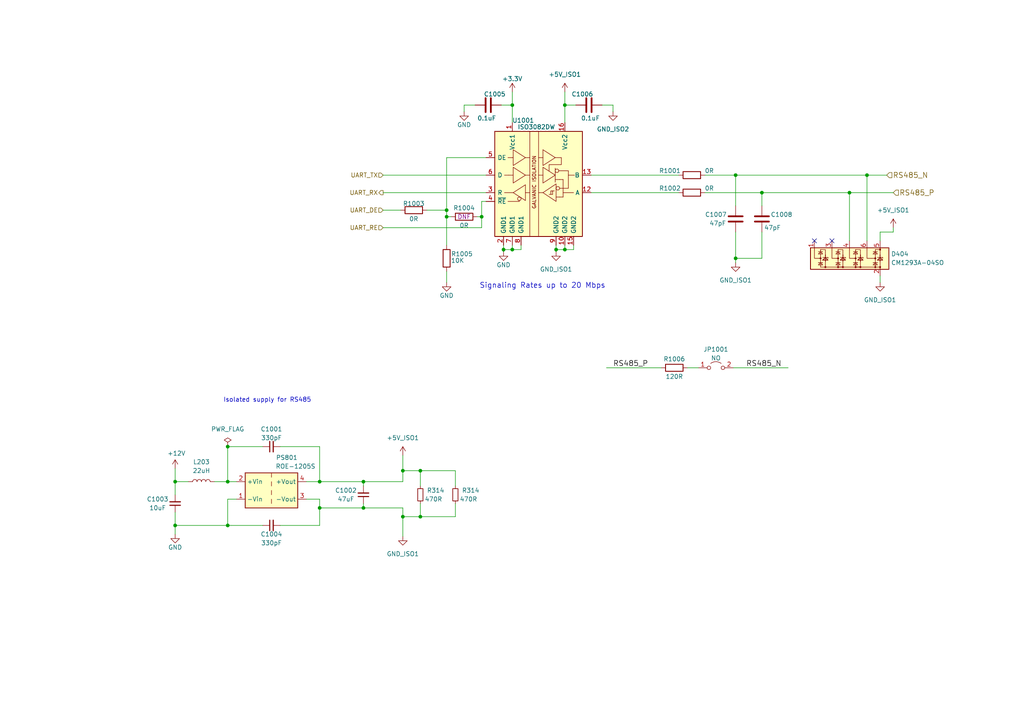
<source format=kicad_sch>
(kicad_sch (version 20230121) (generator eeschema)
  (paper "A4")
  (title_block (title "xx-xxx-PCB-001 Charger Control (HV1) Board") (date "2023-10-18") (rev "0.a") (company "Indra Renewable Technologies Ltd"))
  (lib_symbols
    (symbol "+3.3V_1" (power) (pin_names (offset 0))
      (property "Value" "+3.3V_1" (at 0 3.556 0))
      (symbol "+3.3V_1_0_1"
        (polyline (pts (xy -0.762 1.27) (xy 0 2.54)))
        (polyline (pts (xy 0 0) (xy 0 2.54)))
        (polyline (pts (xy 0 2.54) (xy 0.762 1.27)))
      )
      (symbol "+3.3V_1_1_1"
        (pin power_in line (at 0 0 90) (length 0) hide (name "+3.3V") (number "1"))
      )
    )
    (symbol "CM1293A-04SO_1" (pin_names (offset 0) hide)
      (property "Reference" "D" (at 22.86 -5.207 0))
      (property "Value" "CM1293A-04SO" (at 6.35 -10.287 0))
      (symbol "CM1293A-04SO_1_0_1"
        (polyline (pts (xy 3.175 -7.62) (xy 1.778 -7.62)))
        (polyline (pts (xy 3.175 -4.064) (xy 3.175 -4.064)))
        (polyline (pts (xy 8.255 -7.62) (xy 6.858 -7.62)))
        (polyline (pts (xy 8.255 -4.064) (xy 8.255 -4.064)))
        (polyline (pts (xy 13.335 -7.62) (xy 11.938 -7.62)))
        (polyline (pts (xy 13.335 -4.064) (xy 13.335 -4.064)))
        (polyline (pts (xy 19.05 -7.62) (xy 17.653 -7.62)))
        (polyline (pts (xy 19.05 -4.064) (xy 19.05 -4.064)))
        (polyline (pts (xy 0 -2.54) (xy 0 -5.08) (xy 1.27 -5.08)))
        (polyline (pts (xy 3.175 -7.62) (xy 6.35 -7.62) (xy 17.653 -7.62)))
        (polyline (pts (xy 5.08 -2.54) (xy 5.08 -5.08) (xy 6.35 -5.08)))
        (polyline (pts (xy 10.16 -2.54) (xy 10.16 -5.08) (xy 11.43 -5.08)))
        (polyline (pts (xy 15.24 -2.54) (xy 15.24 -5.08) (xy 16.51 -5.08)))
        (polyline (pts (xy 1.778 -2.794) (xy 1.778 -2.54) (xy 3.175 -2.54) (xy 3.175 -4.318)))
        (polyline (pts (xy 6.858 -2.794) (xy 6.858 -2.54) (xy 8.255 -2.54) (xy 8.255 -4.318)))
        (polyline (pts (xy 11.938 -2.794) (xy 11.938 -2.54) (xy 13.335 -2.54) (xy 13.335 -4.318)))
        (polyline (pts (xy 17.653 -2.794) (xy 17.653 -2.54) (xy 19.05 -2.54) (xy 19.05 -4.318)))
      )
      (symbol "CM1293A-04SO_1_1_1"
        (rectangle (start -1.143 -2.032) (end 21.59 -8.255) (stroke (width 0.254)) (fill (type background)))
        (polyline (pts (xy 1.143 -6.35) (xy 2.413 -6.35)))
        (polyline (pts (xy 1.143 -6.35) (xy 2.413 -6.35)))
        (polyline (pts (xy 1.143 -3.175) (xy 2.413 -3.175)))
        (polyline (pts (xy 1.27 -5.08) (xy 1.778 -5.08)))
        (polyline (pts (xy 1.778 -7.62) (xy 1.778 -5.715)))
        (polyline (pts (xy 1.778 -4.445) (xy 1.778 -5.715)))
        (polyline (pts (xy 1.778 -4.445) (xy 1.778 -2.54)))
        (polyline (pts (xy 2.413 -4.826) (xy 3.937 -4.826)))
        (polyline (pts (xy 3.175 -5.969) (xy 3.175 -7.62)))
        (polyline (pts (xy 3.175 -5.969) (xy 3.175 -4.064)))
        (polyline (pts (xy 3.175 -5.969) (xy 3.175 -4.064)))
        (polyline (pts (xy 3.937 -5.08) (xy 3.937 -4.826)))
        (polyline (pts (xy 3.937 -4.826) (xy 3.937 -4.826)))
        (polyline (pts (xy 6.223 -6.35) (xy 7.493 -6.35)))
        (polyline (pts (xy 6.223 -6.35) (xy 7.493 -6.35)))
        (polyline (pts (xy 6.223 -3.175) (xy 7.493 -3.175)))
        (polyline (pts (xy 6.35 -5.08) (xy 6.858 -5.08)))
        (polyline (pts (xy 6.858 -7.62) (xy 6.858 -5.715)))
        (polyline (pts (xy 6.858 -4.445) (xy 6.858 -5.715)))
        (polyline (pts (xy 6.858 -4.445) (xy 6.858 -2.54)))
        (polyline (pts (xy 7.493 -4.826) (xy 9.017 -4.826)))
        (polyline (pts (xy 8.255 -5.969) (xy 8.255 -7.62)))
        (polyline (pts (xy 8.255 -5.969) (xy 8.255 -4.064)))
        (polyline (pts (xy 8.255 -5.969) (xy 8.255 -4.064)))
        (polyline (pts (xy 9.017 -5.08) (xy 9.017 -4.826)))
        (polyline (pts (xy 9.017 -4.826) (xy 9.017 -4.826)))
        (polyline (pts (xy 11.303 -6.35) (xy 12.573 -6.35)))
        (polyline (pts (xy 11.303 -6.35) (xy 12.573 -6.35)))
        (polyline (pts (xy 11.303 -3.175) (xy 12.573 -3.175)))
        (polyline (pts (xy 11.43 -5.08) (xy 11.938 -5.08)))
        (polyline (pts (xy 11.938 -7.62) (xy 11.938 -5.715)))
        (polyline (pts (xy 11.938 -4.445) (xy 11.938 -5.715)))
        (polyline (pts (xy 11.938 -4.445) (xy 11.938 -2.54)))
        (polyline (pts (xy 12.573 -4.826) (xy 14.097 -4.826)))
        (polyline (pts (xy 13.335 -5.969) (xy 13.335 -7.62)))
        (polyline (pts (xy 13.335 -5.969) (xy 13.335 -4.064)))
        (polyline (pts (xy 13.335 -5.969) (xy 13.335 -4.064)))
        (polyline (pts (xy 14.097 -5.08) (xy 14.097 -4.826)))
        (polyline (pts (xy 14.097 -4.826) (xy 14.097 -4.826)))
        (polyline (pts (xy 16.51 -5.08) (xy 17.653 -5.08)))
        (polyline (pts (xy 17.018 -6.35) (xy 18.288 -6.35)))
        (polyline (pts (xy 17.018 -6.35) (xy 18.288 -6.35)))
        (polyline (pts (xy 17.018 -3.175) (xy 18.288 -3.175)))
        (polyline (pts (xy 17.653 -7.62) (xy 17.653 -5.715)))
        (polyline (pts (xy 17.653 -4.445) (xy 17.653 -5.715)))
        (polyline (pts (xy 17.653 -4.445) (xy 17.653 -2.54)))
        (polyline (pts (xy 18.288 -4.826) (xy 19.812 -4.826)))
        (polyline (pts (xy 19.05 -5.969) (xy 19.05 -7.62)))
        (polyline (pts (xy 19.05 -5.969) (xy 19.05 -4.064)))
        (polyline (pts (xy 19.05 -5.969) (xy 19.05 -4.064)))
        (polyline (pts (xy 19.812 -5.08) (xy 19.812 -4.826)))
        (polyline (pts (xy 19.812 -4.826) (xy 19.812 -4.826)))
        (polyline (pts (xy 1.143 -6.985) (xy 2.413 -6.985) (xy 1.778 -6.35) (xy 1.143 -6.985)))
        (polyline (pts (xy 1.143 -3.81) (xy 2.413 -3.81) (xy 1.778 -3.175) (xy 1.143 -3.81)))
        (polyline (pts (xy 2.413 -5.588) (xy 3.937 -5.588) (xy 3.175 -4.826) (xy 2.413 -5.588)))
        (polyline (pts (xy 2.413 -5.588) (xy 3.937 -5.588) (xy 3.175 -4.826) (xy 2.413 -5.588)))
        (polyline (pts (xy 6.223 -6.985) (xy 7.493 -6.985) (xy 6.858 -6.35) (xy 6.223 -6.985)))
        (polyline (pts (xy 6.223 -3.81) (xy 7.493 -3.81) (xy 6.858 -3.175) (xy 6.223 -3.81)))
        (polyline (pts (xy 7.493 -5.588) (xy 9.017 -5.588) (xy 8.255 -4.826) (xy 7.493 -5.588)))
        (polyline (pts (xy 7.493 -5.588) (xy 9.017 -5.588) (xy 8.255 -4.826) (xy 7.493 -5.588)))
        (polyline (pts (xy 11.303 -6.985) (xy 12.573 -6.985) (xy 11.938 -6.35) (xy 11.303 -6.985)))
        (polyline (pts (xy 11.303 -3.81) (xy 12.573 -3.81) (xy 11.938 -3.175) (xy 11.303 -3.81)))
        (polyline (pts (xy 12.573 -5.588) (xy 14.097 -5.588) (xy 13.335 -4.826) (xy 12.573 -5.588)))
        (polyline (pts (xy 12.573 -5.588) (xy 14.097 -5.588) (xy 13.335 -4.826) (xy 12.573 -5.588)))
        (polyline (pts (xy 17.018 -6.985) (xy 18.288 -6.985) (xy 17.653 -6.35) (xy 17.018 -6.985)))
        (polyline (pts (xy 17.018 -3.81) (xy 18.288 -3.81) (xy 17.653 -3.175) (xy 17.018 -3.81)))
        (polyline (pts (xy 18.288 -5.588) (xy 19.812 -5.588) (xy 19.05 -4.826) (xy 18.288 -5.588)))
        (polyline (pts (xy 18.288 -5.588) (xy 19.812 -5.588) (xy 19.05 -4.826) (xy 18.288 -5.588)))
        (circle (center 1.778 -5.08) (radius 0.2032) (fill (type outline)))
        (circle (center 3.175 -7.62) (radius 0.2032) (fill (type outline)))
        (circle (center 6.858 -7.62) (radius 0.2032) (fill (type outline)))
        (circle (center 6.858 -5.08) (radius 0.2032) (fill (type outline)))
        (circle (center 8.255 -7.62) (radius 0.2032) (fill (type outline)))
        (circle (center 11.938 -7.62) (radius 0.2032) (fill (type outline)))
        (circle (center 11.938 -5.08) (radius 0.2032) (fill (type outline)))
        (circle (center 13.335 -7.62) (radius 0.2032) (fill (type outline)))
        (circle (center 17.653 -7.62) (radius 0.2032) (fill (type outline)))
        (circle (center 17.653 -5.08) (radius 0.2032) (fill (type outline)))
        (circle (center 19.05 -7.62) (radius 0.2032) (fill (type outline)))
        (circle (center 19.05 -2.54) (radius 0.2032) (fill (type outline)))
        (pin passive line (at 0 0 270) (length 2.54) (name "CH1") (number "1"))
        (pin passive line (at 19.05 -10.16 90) (length 2.54) (name "VN") (number "2"))
        (pin passive line (at 5.08 0 270) (length 2.54) (name "CH1") (number "3"))
        (pin passive line (at 10.16 0 270) (length 2.54) (name "4") (number "4"))
        (pin passive line (at 19.05 0 270) (length 2.54) (name "5") (number "5"))
        (pin passive line (at 15.24 0 270) (length 2.54) (name "6") (number "6"))
      )
    )
    (symbol "Device:C" (pin_numbers hide) (pin_names (offset 0.254))
      (property "Reference" "C" (at 0.635 2.54 0))
      (property "Value" "C" (at 0.635 -2.54 0))
      (symbol "C_0_1"
        (polyline (pts (xy -2.032 -0.762) (xy 2.032 -0.762)) (stroke (width 0.508)))
        (polyline (pts (xy -2.032 0.762) (xy 2.032 0.762)) (stroke (width 0.508)))
      )
      (symbol "C_1_1"
        (pin passive line (at 0 3.81 270) (length 2.794) (name "~") (number "1"))
        (pin passive line (at 0 -3.81 90) (length 2.794) (name "~") (number "2"))
      )
    )
    (symbol "Device:C_Small" (pin_numbers hide) (pin_names (offset 0.254) hide)
      (property "Reference" "C" (at 0.254 1.778 0))
      (property "Value" "C_Small" (at 0.254 -2.032 0))
      (symbol "C_Small_0_1"
        (polyline (pts (xy -1.524 -0.508) (xy 1.524 -0.508)) (stroke (width 0.3302)))
        (polyline (pts (xy -1.524 0.508) (xy 1.524 0.508)) (stroke (width 0.3048)))
      )
      (symbol "C_Small_1_1"
        (pin passive line (at 0 2.54 270) (length 2.032) (name "~") (number "1"))
        (pin passive line (at 0 -2.54 90) (length 2.032) (name "~") (number "2"))
      )
    )
    (symbol "Device:R" (pin_numbers hide) (pin_names (offset 0))
      (property "Reference" "R" (at 2.032 0 90))
      (property "Value" "R" (at 0 0 90))
      (symbol "R_0_1"
        (rectangle (start -1.016 -2.54) (end 1.016 2.54) (stroke (width 0.254)))
      )
      (symbol "R_1_1"
        (pin passive line (at 0 3.81 270) (length 1.27) (name "~") (number "1"))
        (pin passive line (at 0 -3.81 90) (length 1.27) (name "~") (number "2"))
      )
    )
    (symbol "Device:R_Small" (pin_numbers hide) (pin_names (offset 0.254) hide)
      (property "Reference" "R" (at 0.762 0.508 0))
      (property "Value" "R_Small" (at 0.762 -1.016 0))
      (symbol "R_Small_0_1"
        (rectangle (start -0.762 1.778) (end 0.762 -1.778) (stroke (width 0.2032)))
      )
      (symbol "R_Small_1_1"
        (pin passive line (at 0 2.54 270) (length 0.762) (name "~") (number "1"))
        (pin passive line (at 0 -2.54 90) (length 0.762) (name "~") (number "2"))
      )
    )
    (symbol "Interface_UART:ISO3082DW" (pin_names (offset 0.762))
      (property "Reference" "U" (at 0 19.05 0))
      (property "Value" "ISO3082DW" (at 0 16.51 0))
      (symbol "ISO3082DW_0_0"
        (rectangle (start -12.7 15.24) (end 12.7 -15.24) (stroke (width 0.254)) (fill (type background)))
        (polyline (pts (xy -8.636 2.54) (xy -9.906 2.54)))
        (polyline (pts (xy -7.62 7.62) (xy -8.89 7.62)))
        (polyline (pts (xy -7.366 7.62) (xy -7.62 7.62)))
        (polyline (pts (xy -2.54 15.24) (xy -2.54 -15.24)))
        (polyline (pts (xy 0 15.24) (xy 0 -15.24)))
        (polyline (pts (xy -7.366 4.826) (xy -7.366 0.254) (xy -3.81 2.54) (xy -7.366 4.826)))
        (polyline (pts (xy -7.366 9.906) (xy -7.366 5.334) (xy -3.81 7.62) (xy -7.366 9.906)))
        (polyline (pts (xy -3.81 -0.254) (xy -3.81 -4.826) (xy -7.366 -2.54) (xy -3.81 -0.254)))
        (polyline (pts (xy 1.27 9.906) (xy 1.27 5.334) (xy 4.826 7.62) (xy 1.27 9.906)))
        (text "GALVANIC ISOLATION" (at -1.27 0.508 900) (effects (font (size 1.016 1.016))))
      )
      (symbol "ISO3082DW_0_1"
        (circle (center -5.588 -4.318) (radius 0.508))
        (polyline (pts (xy -7.366 -2.54) (xy -9.906 -2.54)))
        (polyline (pts (xy -7.366 2.54) (xy -8.636 2.54)))
        (polyline (pts (xy -3.81 -2.54) (xy -2.54 -2.54)))
        (polyline (pts (xy -3.81 2.54) (xy -2.54 2.54)))
        (polyline (pts (xy -3.81 7.62) (xy -2.54 7.62)))
        (polyline (pts (xy 0 -2.54) (xy 1.27 -2.54)))
        (polyline (pts (xy 0 2.54) (xy 1.27 2.54)))
        (polyline (pts (xy 0 7.62) (xy 1.27 7.62)))
        (polyline (pts (xy 3.556 -2.286) (xy 3.556 -3.048)))
        (polyline (pts (xy 4.064 -3.048) (xy 3.048 -3.048)))
        (polyline (pts (xy 4.064 -2.286) (xy 4.064 -3.048)))
        (polyline (pts (xy 4.064 -2.286) (xy 4.064 -2.032)))
        (polyline (pts (xy 4.826 1.27) (xy 6.096 1.27)))
        (polyline (pts (xy 4.826 4.572) (xy 4.826 0.508)))
        (polyline (pts (xy 4.826 7.62) (xy 6.604 7.62)))
        (polyline (pts (xy 5.08 -3.81) (xy 6.096 -3.81)))
        (polyline (pts (xy 5.842 3.81) (xy 8.636 3.81)))
        (polyline (pts (xy 6.096 -1.27) (xy 8.636 -1.27)))
        (polyline (pts (xy 6.096 1.27) (xy 7.112 1.27)))
        (polyline (pts (xy 7.112 -3.81) (xy 6.096 -3.81)))
        (polyline (pts (xy 7.112 1.27) (xy 7.112 -3.81)))
        (polyline (pts (xy 8.636 -1.27) (xy 8.636 3.81)))
        (polyline (pts (xy 8.636 2.54) (xy 10.414 2.54)))
        (polyline (pts (xy -8.89 -5.08) (xy -5.588 -5.08) (xy -5.588 -4.826)))
        (polyline (pts (xy 3.556 -2.286) (xy 3.556 -2.032) (xy 4.572 -2.032)))
        (polyline (pts (xy 10.16 -2.54) (xy 8.89 -2.54) (xy 7.112 -2.54)))
        (polyline (pts (xy 1.27 -2.54) (xy 5.08 0) (xy 5.08 -5.08) (xy 1.27 -2.54)))
        (polyline (pts (xy 6.604 7.62) (xy 6.604 5.588) (xy 3.048 5.588) (xy 3.048 3.81)))
        (circle (center 5.334 3.81) (radius 0.508))
        (circle (center 5.588 -1.27) (radius 0.508))
      )
      (symbol "ISO3082DW_1_0"
        (polyline (pts (xy 1.27 4.826) (xy 1.27 0.254) (xy 4.826 2.54) (xy 1.27 4.826)))
      )
      (symbol "ISO3082DW_1_1"
        (pin power_in line (at -7.62 17.78 270) (length 2.54) (name "Vcc1") (number "1"))
        (pin power_in line (at 7.62 -17.78 90) (length 2.54) (name "GND2") (number "10"))
        (pin no_connect line (at 12.7 10.16 180) (length 2.54) hide (name "NC") (number "11"))
        (pin bidirectional line (at 15.24 -2.54 180) (length 2.54) (name "A") (number "12"))
        (pin bidirectional line (at 15.24 2.54 180) (length 2.54) (name "B") (number "13"))
        (pin no_connect line (at 12.7 7.62 180) (length 2.54) hide (name "NC") (number "14"))
        (pin power_in line (at 10.16 -17.78 90) (length 2.54) (name "GND2") (number "15"))
        (pin power_in line (at 7.62 17.78 270) (length 2.54) (name "Vcc2") (number "16"))
        (pin power_in line (at -10.16 -17.78 90) (length 2.54) (name "GND1") (number "2"))
        (pin output line (at -15.24 -2.54 0) (length 2.54) (name "R") (number "3"))
        (pin input line (at -15.24 -5.08 0) (length 2.54) (name "~{RE}") (number "4"))
        (pin input line (at -15.24 7.62 0) (length 2.54) (name "DE") (number "5"))
        (pin input line (at -15.24 2.54 0) (length 2.54) (name "D") (number "6"))
        (pin power_in line (at -7.62 -17.78 90) (length 2.54) (name "GND1") (number "7"))
        (pin power_in line (at -5.08 -17.78 90) (length 2.54) (name "GND1") (number "8"))
        (pin power_in line (at 5.08 -17.78 90) (length 2.54) (name "GND2") (number "9"))
      )
    )
    (symbol "Jumper:Jumper_2_Open" (pin_names (offset 0) hide)
      (property "Reference" "JP" (at 0 2.794 0))
      (property "Value" "Jumper_2_Open" (at 0 -2.286 0))
      (symbol "Jumper_2_Open_0_0"
        (circle (center -2.032 0) (radius 0.508))
        (circle (center 2.032 0) (radius 0.508))
      )
      (symbol "Jumper_2_Open_0_1"
        (arc (start 1.524 1.27) (mid 0 1.778) (end -1.524 1.27))
      )
      (symbol "Jumper_2_Open_1_1"
        (pin passive line (at -5.08 0 0) (length 2.54) (name "A") (number "1"))
        (pin passive line (at 5.08 0 180) (length 2.54) (name "B") (number "2"))
      )
    )
    (symbol "hw-v2x-play1_1-power-board:+5V_ISO1" (power) (pin_names (offset 0))
      (property "Value" "+5V_ISO1" (at 0 3.556 0))
      (symbol "+5V_ISO1_0_1"
        (polyline (pts (xy -0.762 1.27) (xy 0 2.54)))
        (polyline (pts (xy 0 0) (xy 0 2.54)))
        (polyline (pts (xy 0 2.54) (xy 0.762 1.27)))
      )
      (symbol "+5V_ISO1_1_1"
        (pin power_in line (at 0 0 90) (length 0) hide (name "+5V_ISO1") (number "1"))
      )
    )
    (symbol "hw-v2x-play1_1-power-board:GND_ISO1" (power) (pin_names (offset 0))
      (property "Value" "GND_ISO1" (at 0 -3.81 0))
      (symbol "GND_ISO1_0_1"
        (polyline (pts (xy 0 0) (xy 0 -1.27) (xy 1.27 -1.27) (xy 0 -2.54) (xy -1.27 -1.27) (xy 0 -1.27)))
      )
      (symbol "GND_ISO1_1_1"
        (pin power_in line (at 0 0 270) (length 0) hide (name "GND_ISO1") (number "1"))
      )
    )
    (symbol "hw-v2x-play1_1-power-board:ROE-1205S"
      (property "Reference" "PS801" (at 3.81 8.89 0))
      (property "Value" "ROE-1205S" (at 6.35 6.35 0))
      (symbol "ROE-1205S_0_0"
        (pin power_in line (at -10.16 -2.54 0) (length 2.54) (name "-Vin") (number "1"))
        (pin power_in line (at -10.16 2.54 0) (length 2.54) (name "+Vin") (number "2"))
        (pin power_out line (at 10.16 -2.54 180) (length 2.54) (name "-Vout") (number "3"))
        (pin power_out line (at 10.16 2.54 180) (length 2.54) (name "+Vout") (number "4"))
      )
      (symbol "ROE-1205S_0_1"
        (rectangle (start -7.62 5.08) (end 7.62 -5.08) (stroke (width 0.254)) (fill (type background)))
        (polyline (pts (xy 0 -2.54) (xy 0 -3.81)))
        (polyline (pts (xy 0 0) (xy 0 -1.27)))
        (polyline (pts (xy 0 2.54) (xy 0 1.27)))
        (polyline (pts (xy 0 5.08) (xy 0 3.81)))
      )
    )
    (symbol "hw-v2x-play1_1-power-board:VLS252010CX-220M-1" (pin_numbers hide) (pin_names (offset 1.016) hide)
      (property "Reference" "L" (at 3.81 -1.27 0))
      (property "Value" "22uH" (at 3.81 1.905 0))
      (symbol "VLS252010CX-220M-1_0_1"
        (arc (start 2.54 0) (mid 1.905 0.6323) (end 1.27 0))
        (arc (start 3.81 0) (mid 3.175 0.6323) (end 2.54 0))
        (arc (start 5.08 0) (mid 4.445 0.6323) (end 3.81 0))
        (arc (start 6.35 0) (mid 5.715 0.6323) (end 5.08 0))
      )
      (symbol "VLS252010CX-220M-1_1_1"
        (pin passive line (at 0 0 0) (length 1.27) (name "1") (number "1"))
        (pin passive line (at 7.62 0 180) (length 1.27) (name "2") (number "2"))
      )
    )
    (symbol "hw-v5mobo-cem-demo:GND_ISO2" (power) (pin_names (offset 0))
      (property "Value" "GND_ISO2" (at 0 -4.4434 0))
      (symbol "GND_ISO2_0_1"
        (polyline (pts (xy 0 0) (xy 0 -1.27) (xy 1.27 -1.27) (xy 0 -2.54) (xy -1.27 -1.27) (xy 0 -1.27)))
      )
      (symbol "GND_ISO2_1_1"
        (pin power_in line (at 0 0 270) (length 0) hide (name "GND_ISO2") (number "1"))
      )
    )
    (symbol "power:+12V" (power) (pin_names (offset 0))
      (property "Value" "+12V" (at 0 3.556 0))
      (symbol "+12V_0_1"
        (polyline (pts (xy -0.762 1.27) (xy 0 2.54)))
        (polyline (pts (xy 0 0) (xy 0 2.54)))
        (polyline (pts (xy 0 2.54) (xy 0.762 1.27)))
      )
      (symbol "+12V_1_1"
        (pin power_in line (at 0 0 90) (length 0) hide (name "+12V") (number "1"))
      )
    )
    (symbol "power:GND" (power) (pin_names (offset 0))
      (property "Value" "GND" (at 0 -3.81 0))
      (symbol "GND_0_1"
        (polyline (pts (xy 0 0) (xy 0 -1.27) (xy 1.27 -1.27) (xy 0 -2.54) (xy -1.27 -1.27) (xy 0 -1.27)))
      )
      (symbol "GND_1_1"
        (pin power_in line (at 0 0 270) (length 0) hide (name "GND") (number "1"))
      )
    )
    (symbol "power:PWR_FLAG" (power) (pin_numbers hide) (pin_names (offset 0) hide)
      (property "Value" "PWR_FLAG" (at 0 3.81 0))
      (symbol "PWR_FLAG_0_0"
        (pin power_out line (at 0 0 90) (length 0) (name "pwr") (number "1"))
      )
      (symbol "PWR_FLAG_0_1"
        (polyline (pts (xy 0 0) (xy 0 1.27) (xy -1.016 1.905) (xy 0 2.54) (xy 1.016 1.905) (xy 0 1.27)))
      )
    )
  )
  (junction (at 163.83 30.48))
  (junction (at 121.92 136.525))
  (junction (at 146.05 72.39))
  (junction (at 66.04 129.54))
  (junction (at 116.84 136.525))
  (junction (at 163.83 72.39))
  (junction (at 213.36 74.93))
  (junction (at 246.38 55.88))
  (junction (at 50.8 152.4))
  (junction (at 213.36 50.8))
  (junction (at 66.04 152.4))
  (junction (at 148.59 72.39))
  (junction (at 92.71 147.32))
  (junction (at 148.59 30.48))
  (junction (at 50.8 139.7))
  (junction (at 220.98 55.88))
  (junction (at 251.46 50.8))
  (junction (at 105.41 139.7))
  (junction (at 161.29 72.39))
  (junction (at 66.04 139.7))
  (junction (at 129.54 60.96))
  (junction (at 139.7 62.865))
  (junction (at 116.84 149.86))
  (junction (at 105.41 147.32))
  (junction (at 129.54 62.865))
  (junction (at 92.71 139.7))
  (junction (at 121.92 149.86))
  (no_connect (at 241.3 69.85))
  (no_connect (at 236.22 69.85))
  (wire (pts (xy 50.8 154.94) (xy 50.8 152.4)))
  (wire (pts (xy 146.05 72.39) (xy 146.05 73.025)))
  (wire (pts (xy 129.54 81.915) (xy 129.54 78.74)))
  (wire (pts (xy 166.37 72.39) (xy 166.37 71.12)))
  (wire (pts (xy 246.38 55.88) (xy 246.38 69.85)))
  (wire (pts (xy 111.125 55.88) (xy 140.97 55.88)))
  (wire (pts (xy 174.625 30.48) (xy 177.8 30.48)))
  (wire (pts (xy 146.05 72.39) (xy 148.59 72.39)))
  (wire (pts (xy 139.7 62.865) (xy 139.7 66.04)))
  (wire (pts (xy 81.28 152.4) (xy 92.71 152.4)))
  (wire (pts (xy 213.36 74.93) (xy 213.36 67.31)))
  (wire (pts (xy 129.54 45.72) (xy 129.54 60.96)))
  (wire (pts (xy 137.795 30.48) (xy 134.62 30.48)))
  (wire (pts (xy 121.92 136.525) (xy 132.08 136.525)))
  (wire (pts (xy 259.08 67.31) (xy 255.27 67.31)))
  (wire (pts (xy 151.13 72.39) (xy 151.13 71.12)))
  (wire (pts (xy 213.36 50.8) (xy 213.36 59.69)))
  (wire (pts (xy 116.84 149.86) (xy 121.92 149.86)))
  (wire (pts (xy 220.98 67.31) (xy 220.98 74.93)))
  (wire (pts (xy 255.27 67.31) (xy 255.27 69.85)))
  (wire (pts (xy 66.04 139.7) (xy 68.58 139.7)))
  (wire (pts (xy 121.92 149.86) (xy 132.08 149.86)))
  (wire (pts (xy 171.45 55.88) (xy 196.85 55.88)))
  (wire (pts (xy 163.83 71.12) (xy 163.83 72.39)))
  (wire (pts (xy 161.29 71.12) (xy 161.29 72.39)))
  (wire (pts (xy 88.9 139.7) (xy 92.71 139.7)))
  (wire (pts (xy 134.62 30.48) (xy 134.62 32.385)))
  (wire (pts (xy 116.84 147.32) (xy 116.84 149.86)))
  (wire (pts (xy 246.38 55.88) (xy 259.08 55.88)))
  (wire (pts (xy 50.8 148.59) (xy 50.8 152.4)))
  (wire (pts (xy 213.36 50.8) (xy 251.46 50.8)))
  (wire (pts (xy 138.43 62.865) (xy 139.7 62.865)))
  (wire (pts (xy 259.08 66.04) (xy 259.08 67.31)))
  (wire (pts (xy 213.36 76.2) (xy 213.36 74.93)))
  (wire (pts (xy 146.05 71.12) (xy 146.05 72.39)))
  (wire (pts (xy 66.04 144.78) (xy 66.04 152.4)))
  (wire (pts (xy 92.71 147.32) (xy 92.71 144.78)))
  (wire (pts (xy 121.92 146.05) (xy 121.92 149.86)))
  (wire (pts (xy 66.04 144.78) (xy 68.58 144.78)))
  (wire (pts (xy 50.8 139.7) (xy 54.61 139.7)))
  (wire (pts (xy 177.8 30.48) (xy 177.8 32.385)))
  (wire (pts (xy 111.125 66.04) (xy 139.7 66.04)))
  (wire (pts (xy 139.7 58.42) (xy 139.7 62.865)))
  (wire (pts (xy 92.71 144.78) (xy 88.9 144.78)))
  (wire (pts (xy 121.92 140.97) (xy 121.92 136.525)))
  (wire (pts (xy 111.125 60.96) (xy 116.205 60.96)))
  (wire (pts (xy 92.71 129.54) (xy 92.71 139.7)))
  (wire (pts (xy 220.98 55.88) (xy 246.38 55.88)))
  (wire (pts (xy 213.36 74.93) (xy 220.98 74.93)))
  (wire (pts (xy 129.54 62.865) (xy 130.81 62.865)))
  (wire (pts (xy 139.7 58.42) (xy 140.97 58.42)))
  (wire (pts (xy 204.47 55.88) (xy 220.98 55.88)))
  (wire (pts (xy 212.725 106.68) (xy 228.6 106.68)))
  (wire (pts (xy 148.59 71.12) (xy 148.59 72.39)))
  (wire (pts (xy 161.29 72.39) (xy 163.83 72.39)))
  (wire (pts (xy 105.41 146.05) (xy 105.41 147.32)))
  (wire (pts (xy 105.41 139.7) (xy 116.84 139.7)))
  (wire (pts (xy 148.59 72.39) (xy 151.13 72.39)))
  (wire (pts (xy 163.83 26.67) (xy 163.83 30.48)))
  (wire (pts (xy 50.8 143.51) (xy 50.8 139.7)))
  (wire (pts (xy 81.28 129.54) (xy 92.71 129.54)))
  (wire (pts (xy 76.2 129.54) (xy 66.04 129.54)))
  (wire (pts (xy 116.84 139.7) (xy 116.84 136.525)))
  (wire (pts (xy 161.29 72.39) (xy 161.29 73.025)))
  (wire (pts (xy 167.005 30.48) (xy 163.83 30.48)))
  (wire (pts (xy 50.8 152.4) (xy 66.04 152.4)))
  (wire (pts (xy 132.08 149.86) (xy 132.08 146.05)))
  (wire (pts (xy 116.84 136.525) (xy 116.84 132.08)))
  (wire (pts (xy 129.54 45.72) (xy 140.97 45.72)))
  (wire (pts (xy 251.46 50.8) (xy 257.175 50.8)))
  (wire (pts (xy 111.125 50.8) (xy 140.97 50.8)))
  (wire (pts (xy 116.84 149.86) (xy 116.84 155.575)))
  (wire (pts (xy 129.54 62.865) (xy 129.54 71.12)))
  (wire (pts (xy 163.83 30.48) (xy 163.83 35.56)))
  (wire (pts (xy 255.27 81.915) (xy 255.27 80.01)))
  (wire (pts (xy 50.8 135.89) (xy 50.8 139.7)))
  (wire (pts (xy 76.2 152.4) (xy 66.04 152.4)))
  (wire (pts (xy 105.41 139.7) (xy 105.41 140.97)))
  (wire (pts (xy 175.895 106.68) (xy 191.77 106.68)))
  (wire (pts (xy 92.71 139.7) (xy 105.41 139.7)))
  (wire (pts (xy 66.04 129.54) (xy 66.04 139.7)))
  (wire (pts (xy 62.23 139.7) (xy 66.04 139.7)))
  (wire (pts (xy 132.08 136.525) (xy 132.08 140.97)))
  (wire (pts (xy 145.415 30.48) (xy 148.59 30.48)))
  (wire (pts (xy 148.59 30.48) (xy 148.59 35.56)))
  (wire (pts (xy 105.41 147.32) (xy 116.84 147.32)))
  (wire (pts (xy 171.45 50.8) (xy 196.85 50.8)))
  (wire (pts (xy 202.565 106.68) (xy 199.39 106.68)))
  (wire (pts (xy 251.46 50.8) (xy 251.46 69.85)))
  (wire (pts (xy 123.825 60.96) (xy 129.54 60.96)))
  (wire (pts (xy 148.59 26.6789) (xy 148.59 30.48)))
  (wire (pts (xy 105.41 147.32) (xy 92.71 147.32)))
  (wire (pts (xy 220.98 55.88) (xy 220.98 59.69)))
  (wire (pts (xy 204.47 50.8) (xy 213.36 50.8)))
  (wire (pts (xy 116.84 136.525) (xy 121.92 136.525)))
  (wire (pts (xy 163.83 72.39) (xy 166.37 72.39)))
  (wire (pts (xy 129.54 60.96) (xy 129.54 62.865)))
  (wire (pts (xy 92.71 152.4) (xy 92.71 147.32)))
  (text "Isolated supply for RS485" (at 64.77 116.84 0) (effects (font (size 1.27 1.27)) (justify left bottom)))
  (text "Signaling Rates up to 20 Mbps" (at 139.065 83.82 0) (effects (font (size 1.524 1.524)) (justify left bottom)))
  (label "RS485_P" (at 177.8 106.68 0) (effects (font (size 1.524 1.524))))
  (label "RS485_N" (at 226.695 106.68 180) (effects (font (size 1.524 1.524))))
  (hierarchical_label "UART_TX" (shape input) (at 111.125 50.8 180))
  (hierarchical_label "UART_RX" (shape output) (at 111.125 55.88 180))
  (hierarchical_label "RS485_N" (shape input) (at 257.175 50.8 0) (effects (font (size 1.524 1.524))))
  (hierarchical_label "UART_DE" (shape input) (at 111.125 60.96 180))
  (hierarchical_label "RS485_P" (shape input) (at 259.08 55.88 0) (effects (font (size 1.524 1.524))))
  (hierarchical_label "UART_RE" (shape input) (at 111.125 66.04 180))
  (symbol (lib_id "Device:C") (at 170.815 30.48 90) (unit 1)
    (property "Reference" "C1006" (at 172.085 27.305 90) (effects (justify left)))
    (property "Value" "0.1uF" (at 173.99 34.29 90) (effects (justify left)))
    (property "Footprint" "Capacitor_SMD:C_0402_1005Metric" (effects hide))
    (property "Characteristics" "X7R" (effects hide))
    (property "Voltage" "50V" (effects hide))
    (property "Tolerance" "10%" (effects hide))
    (instances (project "hw-v2x-power-board-high-v" (path "" (reference "C1006") (unit 1))) (project "hw-v2x-power-board" (path "" (reference "C602") (unit 1))))
  )
  (symbol (lib_id "Device:C_Small") (at 78.74 129.54 90) (mirror x) (unit 1)
    (property "Reference" "C1001" (at 78.74 124.46 90))
    (property "Value" "330pF" (at 78.74 127 90))
    (property "Footprint" "Capacitor_SMD:C_1206_3216Metric" (effects hide))
    (property "Voltage" "1kV" (effects hide))
    (property "Characteristics" "X7R" (effects hide))
    (property "Tolerance" "10%" (effects hide))
    (instances (project "hw-v2x-power-board-high-v" (path "" (reference "C1001") (unit 1))) (project "hw-v2x-power-board" (path "" (reference "C530") (unit 1))))
  )
  (symbol (lib_id "hw-v2x-play1_1-power-board:GND_ISO1") (at 116.84 155.575 0) (unit 1)
    (property "Reference" "#PWR01006" (effects hide))
    (property "Value" "GND_ISO1" (at 116.84 160.655 0))
  )
  (symbol (lib_id "Device:R_Small") (at 132.08 143.51 0) (unit 1)
    (property "Reference" "R314" (at 136.525 142.24 0))
    (property "Value" "470R" (at 135.89 144.78 0))
    (property "Footprint" "Resistor_SMD:R_0603_1608Metric" (effects hide))
    (property "Tolerance" "1%" (effects hide))
    (property "Voltage" "50V" (effects hide))
    (instances (project "hw-v2x-power-board-high-v" (path "" (reference "R314") (unit 1)) (path "" (reference "R815") (unit 1)) (path "" (reference "R1008") (unit 1))) (project "hw-v2x-power-board" (path "" (reference "R209") (unit 1))))
  )
  (symbol (lib_id "hw-v2x-play1_1-power-board:GND_ISO1") (at 255.27 81.915 0) (unit 1)
    (property "Reference" "#PWR01017" (effects hide))
    (property "Value" "GND_ISO1" (at 255.27 86.995 0))
  )
  (symbol (lib_id "Jumper:Jumper_2_Open") (at 207.645 106.68 0) (unit 1)
    (property "Reference" "JP1001" (at 207.645 101.3292 0))
    (property "Value" "NO" (at 207.645 103.8661 0))
    (property "Footprint" "Connector_PinHeader_2.54mm:PinHeader_1x02_P2.54mm_Vertical" (effects hide))
    (instances (project "hw-v2x-power-board-high-v" (path "" (reference "JP1001") (unit 1))) (project "hw-v2x-power-board" (path "" (reference "JP601") (unit 1))))
  )
  (symbol (lib_id "hw-v2x-play1_1-power-board:+5V_ISO1") (at 116.84 132.08 0) (unit 1)
    (property "Reference" "#PWR01005" (effects hide))
    (property "Value" "+5V_ISO1" (at 116.84 127 0))
  )
  (symbol (lib_id "hw-v2x-play1_1-power-board:VLS252010CX-220M-1") (at 54.61 139.7 0) (unit 1)
    (property "Reference" "L203" (at 58.42 133.985 0))
    (property "Value" "22uH" (at 58.42 136.525 0))
    (property "Footprint" "Inductor_SMD:L_1008_2520Metric" (effects hide))
    (property "Datasheet" "C:\\Users\\PhillipCherry\\Documents\\PhilC\\V2X\\hw-v2x-power-board-hv2\\project-datasheets\\VLS252010CX-220M-1.pdf" (effects hide))
    (property "Manufacturer" "TDK" (effects hide))
    (property "Manufacturer Part Number" "VLS252010CX-220M-1" (effects hide))
    (property "Current" "450mA" (effects hide))
    (property "Tolerance" "20%" (effects hide))
    (property "Resistance" "1R4" (effects hide))
    (instances (project "hw-v2x-power-board-high-v" (path "" (reference "L203") (unit 1)) (path "" (reference "L1001") (unit 1))))
  )
  (symbol (lib_id "Device:R") (at 129.54 74.93 0) (unit 1)
    (property "Reference" "R1005" (at 133.985 73.66 0))
    (property "Value" "10K" (at 132.715 75.565 0))
    (property "Footprint" "Resistor_SMD:R_0402_1005Metric" (effects hide))
    (property "Tolerance" "1%" (effects hide))
    (property "Voltage" "50V" (effects hide))
    (instances (project "hw-v2x-power-board-high-v" (path "" (reference "R1005") (unit 1))) (project "hw-v2x-power-board" (path "" (reference "R603") (unit 1))))
  )
  (symbol (lib_id "Device:C_Small") (at 105.41 143.51 0) (mirror x) (unit 1)
    (property "Reference" "C1002" (at 100.33 142.24 0))
    (property "Value" "47uF" (at 100.33 144.78 0))
    (property "Footprint" "Capacitor_SMD:C_1206_3216Metric" (effects hide))
    (property "Voltage" "10V" (effects hide))
    (property "Characteristics" "X5R" (effects hide))
    (property "Tolerance" "10%" (effects hide))
    (instances (project "hw-v2x-power-board-high-v" (path "" (reference "C1002") (unit 1))) (project "hw-v2x-power-board" (path "" (reference "C532") (unit 1))))
  )
  (symbol (lib_id "Device:R") (at 134.62 62.865 270) (unit 1)
    (property "Reference" "R1004" (at 134.62 60.325 90))
    (property "Value" "0R" (at 134.62 65.405 90))
    (property "Footprint" "Resistor_SMD:R_0402_1005Metric" (effects hide))
    (property "Variant" "DNF" (at 134.62 62.865 90))
    (property "Tolerance" "1%" (effects hide))
    (property "Voltage" "50V" (effects hide))
    (instances (project "hw-v2x-power-board-high-v" (path "" (reference "R1004") (unit 1))) (project "hw-v2x-power-board" (path "" (reference "R606") (unit 1))))
  )
  (symbol (lib_id "hw-v2x-play1_1-power-board:ROE-1205S") (at 78.74 142.24 0) (unit 1)
    (property "Reference" "PS801" (at 83.185 132.715 0))
    (property "Value" "ROE-1205S" (at 85.725 135.255 0))
    (property "Footprint" "hw-v2x-play1_1-power-board.pretty:ROE-1205S" (effects hide))
    (property "Datasheet" "https://recom-power.com/pdf/Econoline/ROE.pdf" (effects hide))
    (property "Manufacturer" "RECOM Power" (effects hide))
    (property "Manufacturer Part Number" "ROE-1205S" (effects hide))
    (instances (project "hw-v2x-power-board-high-v" (path "" (reference "PS801") (unit 1)) (path "" (reference "PS1001") (unit 1))))
  )
  (symbol (lib_id "hw-v2x-play1_1-power-board:GND_ISO1") (at 161.29 73.025 0) (unit 1)
    (property "Reference" "#PWR01016" (effects hide))
    (property "Value" "GND_ISO1" (at 161.29 78.105 0))
  )
  (symbol (lib_id "Device:R") (at 195.58 106.68 90) (unit 1)
    (property "Reference" "R1006" (at 195.58 104.14 90))
    (property "Value" "120R" (at 195.58 109.22 90))
    (property "Footprint" "Resistor_SMD:R_0603_1608Metric" (effects hide))
    (property "Tolerance" "1%" (effects hide))
    (property "Voltage" "50V" (effects hide))
    (instances (project "hw-v2x-power-board-high-v" (path "" (reference "R1006") (unit 1))) (project "hw-v2x-power-board" (path "" (reference "R601") (unit 1))))
  )
  (symbol (lib_name "+3.3V_1") (lib_id "power:+3.3V") (at 148.59 26.6789 0) (unit 1)
    (property "Reference" "#PWR01004" (effects hide))
    (property "Value" "+3.3V" (at 148.59 22.8689 0))
    (instances (project "hw-v2x-power-board-high-v" (path "" (reference "#PWR01004") (unit 1))) (project "hw-v2x-power-board" (path "" (reference "#PWR0196") (unit 1))))
  )
  (symbol (lib_id "power:GND") (at 129.54 81.915 0) (unit 1)
    (property "Reference" "#PWR01012" (effects hide))
    (property "Value" "GND" (at 129.54 85.725 0))
    (instances (project "hw-v2x-power-board-high-v" (path "" (reference "#PWR01012") (unit 1))) (project "hw-v2x-power-board" (path "" (reference "#PWR0601") (unit 1))))
  )
  (symbol (lib_id "Device:C") (at 141.605 30.48 270) (mirror x) (unit 1)
    (property "Reference" "C1005" (at 140.335 27.305 90) (effects (justify left)))
    (property "Value" "0.1uF" (at 138.43 34.29 90) (effects (justify left)))
    (property "Footprint" "Capacitor_SMD:C_0402_1005Metric" (effects hide))
    (property "Characteristics" "X7R" (effects hide))
    (property "Voltage" "50V" (effects hide))
    (property "Tolerance" "10%" (effects hide))
    (instances (project "hw-v2x-power-board-high-v" (path "" (reference "C1005") (unit 1))) (project "hw-v2x-power-board" (path "" (reference "C601") (unit 1))))
  )
  (symbol (lib_id "Interface_UART:ISO3082DW") (at 156.21 53.34 0) (unit 1)
    (property "Reference" "U1001" (at 151.765 34.925 0))
    (property "Value" "ISO3082DW" (at 155.575 36.83 0))
    (property "Footprint" "Package_SO:SOIC-16W_7.5x10.3mm_P1.27mm" (effects hide))
    (property "Datasheet" "http://www.ti.com/lit/ds/symlink/iso3082.pdf" (effects hide))
    (property "Manufacturer" "Texas Instuments" (effects hide))
    (property "Manufacturer Part Number" "ISO3082DWR" (effects hide))
    (instances (project "hw-v2x-power-board-high-v" (path "" (reference "U1001") (unit 1))) (project "hw-v2x-power-board" (path "" (reference "U601") (unit 1))))
  )
  (symbol (lib_name "CM1293A-04SO_1") (lib_id "hw-v2x-play1_1-power-board:CM1293A-04SO") (at 236.22 69.85 0) (unit 1)
    (property "Reference" "D404" (at 258.445 73.66 0) (effects (justify left)))
    (property "Value" "CM1293A-04SO" (at 258.445 76.2 0) (effects (justify left)))
    (property "Footprint" "Package_SO:SC-74-6_1.5x2.9mm_P0.95mm" (effects hide))
    (property "Datasheet" "https://www.onsemi.com/pub/Collateral/CM1293A-04SO-D.PDF" (effects hide))
    (instances (project "hw-v2x-power-board-high-v" (path "" (reference "D404") (unit 1)) (path "" (reference "D1001") (unit 1))))
  )
  (symbol (lib_id "power:PWR_FLAG") (at 66.04 129.54 0) (unit 1)
    (property "Reference" "#FLG01001" (effects hide))
    (property "Value" "PWR_FLAG" (at 66.04 124.46 0))
    (instances (project "hw-v2x-power-board-high-v" (path "" (reference "#FLG01001") (unit 1))) (project "hw-v2x-power-board" (path "" (reference "#FLG0118") (unit 1))))
  )
  (symbol (lib_id "Device:C_Small") (at 50.8 146.05 0) (mirror x) (unit 1)
    (property "Reference" "C1003" (at 45.72 144.78 0))
    (property "Value" "10uF" (at 45.72 147.32 0))
    (property "Footprint" "Capacitor_SMD:C_1210_3225Metric" (effects hide))
    (property "Voltage" "100V" (effects hide))
    (property "Characteristics" "X5R" (effects hide))
    (property "Tolerance" "10%" (effects hide))
    (instances (project "hw-v2x-power-board-high-v" (path "" (reference "C1003") (unit 1))) (project "hw-v2x-power-board" (path "" (reference "C529") (unit 1))))
  )
  (symbol (lib_id "hw-v5mobo-cem-demo:GND_ISO2") (at 177.8 32.385 0) (unit 1)
    (property "Reference" "#PWR01008" (effects hide))
    (property "Value" "GND_ISO2" (at 177.8 37.465 0))
    (instances (project "hw-v2x-power-board-high-v" (path "" (reference "#PWR01008") (unit 1))) (project "hw-v2x-power-board" (path "" (reference "#PWR0607") (unit 1))))
  )
  (symbol (lib_id "Device:R") (at 200.66 55.88 270) (unit 1)
    (property "Reference" "R1002" (at 194.31 54.61 90))
    (property "Value" "0R" (at 205.74 54.61 90))
    (property "Footprint" "Resistor_SMD:R_0402_1005Metric" (effects hide))
    (property "Tolerance" "1%" (effects hide))
    (property "Voltage" "50V" (effects hide))
    (instances (project "hw-v2x-power-board-high-v" (path "" (reference "R1002") (unit 1))) (project "hw-v2x-power-board" (path "" (reference "R605") (unit 1))))
  )
  (symbol (lib_id "Device:R") (at 200.66 50.8 270) (unit 1)
    (property "Reference" "R1001" (at 194.31 49.53 90))
    (property "Value" "0R" (at 205.74 49.53 90))
    (property "Footprint" "Resistor_SMD:R_0402_1005Metric" (effects hide))
    (property "Tolerance" "1%" (effects hide))
    (property "Voltage" "50V" (effects hide))
    (instances (project "hw-v2x-power-board-high-v" (path "" (reference "R1001") (unit 1))) (project "hw-v2x-power-board" (path "" (reference "R604") (unit 1))))
  )
  (symbol (lib_id "hw-v2x-play1_1-power-board:+5V_ISO1") (at 163.83 26.67 0) (unit 1)
    (property "Reference" "#PWR01015" (effects hide))
    (property "Value" "+5V_ISO1" (at 163.83 21.59 0))
  )
  (symbol (lib_id "power:GND") (at 50.8 154.94 0) (unit 1)
    (property "Reference" "#PWR01003" (effects hide))
    (property "Value" "GND" (at 50.8 158.75 0))
    (instances (project "hw-v2x-power-board-high-v" (path "" (reference "#PWR01003") (unit 1))) (project "hw-v2x-power-board" (path "" (reference "#PWR0532") (unit 1))))
  )
  (symbol (lib_id "Device:R") (at 120.015 60.96 270) (unit 1)
    (property "Reference" "R1003" (at 120.015 59.055 90))
    (property "Value" "0R" (at 120.015 63.5 90))
    (property "Footprint" "Resistor_SMD:R_0402_1005Metric" (effects hide))
    (property "Tolerance" "1%" (effects hide))
    (property "Voltage" "50V" (effects hide))
    (instances (project "hw-v2x-power-board-high-v" (path "" (reference "R1003") (unit 1))) (project "hw-v2x-power-board" (path "" (reference "R602") (unit 1))))
  )
  (symbol (lib_id "Device:C") (at 213.36 63.5 0) (unit 1)
    (property "Reference" "C1007" (at 204.47 62.23 0) (effects (justify left)))
    (property "Value" "47pF" (at 205.74 64.77 0) (effects (justify left)))
    (property "Footprint" "Capacitor_SMD:C_0402_1005Metric" (effects hide))
    (property "Characteristics" "X5R" (effects hide))
    (property "Tolerance" "10%" (effects hide))
    (property "Voltage" "10V" (effects hide))
    (instances (project "hw-v2x-power-board-high-v" (path "" (reference "C1007") (unit 1))) (project "hw-v2x-power-board" (path "" (reference "C603") (unit 1))))
  )
  (symbol (lib_id "power:GND") (at 134.62 32.385 0) (mirror y) (unit 1)
    (property "Reference" "#PWR01007" (effects hide))
    (property "Value" "GND" (at 134.62 36.195 0))
    (instances (project "hw-v2x-power-board-high-v" (path "" (reference "#PWR01007") (unit 1))) (project "hw-v2x-power-board" (path "" (reference "#PWR0602") (unit 1))))
  )
  (symbol (lib_id "power:+12V") (at 50.8 135.89 0) (unit 1)
    (property "Reference" "#PWR01002" (effects hide))
    (property "Value" "+12V" (at 51.181 131.4958 0))
    (instances (project "hw-v2x-power-board-high-v" (path "" (reference "#PWR01002") (unit 1))) (project "hw-v2x-power-board" (path "" (reference "#PWR0530") (unit 1))))
  )
  (symbol (lib_id "Device:R_Small") (at 121.92 143.51 0) (unit 1)
    (property "Reference" "R314" (at 126.365 142.24 0))
    (property "Value" "470R" (at 125.73 144.78 0))
    (property "Footprint" "Resistor_SMD:R_0603_1608Metric" (effects hide))
    (property "Tolerance" "1%" (effects hide))
    (property "Voltage" "50V" (effects hide))
    (instances (project "hw-v2x-power-board-high-v" (path "" (reference "R314") (unit 1)) (path "" (reference "R814") (unit 1)) (path "" (reference "R1007") (unit 1))) (project "hw-v2x-power-board" (path "" (reference "R209") (unit 1))))
  )
  (symbol (lib_id "hw-v2x-play1_1-power-board:GND_ISO1") (at 213.36 76.2 0) (unit 1)
    (property "Reference" "#PWR01018" (effects hide))
    (property "Value" "GND_ISO1" (at 213.36 81.28 0))
  )
  (symbol (lib_id "Device:C") (at 220.98 63.5 0) (unit 1)
    (property "Reference" "C1008" (at 223.52 62.23 0) (effects (justify left)))
    (property "Value" "47pF" (at 221.615 66.04 0) (effects (justify left)))
    (property "Footprint" "Capacitor_SMD:C_0402_1005Metric" (effects hide))
    (property "Characteristics" "X5R" (effects hide))
    (property "Tolerance" "10%" (effects hide))
    (property "Voltage" "10V" (effects hide))
    (instances (project "hw-v2x-power-board-high-v" (path "" (reference "C1008") (unit 1))) (project "hw-v2x-power-board" (path "" (reference "C604") (unit 1))))
  )
  (symbol (lib_id "hw-v2x-play1_1-power-board:+5V_ISO1") (at 259.08 66.04 0) (unit 1)
    (property "Reference" "#PWR01019" (effects hide))
    (property "Value" "+5V_ISO1" (at 259.08 60.96 0))
  )
  (symbol (lib_id "Device:C_Small") (at 78.74 152.4 90) (mirror x) (unit 1)
    (property "Reference" "C1004" (at 78.74 154.94 90))
    (property "Value" "330pF" (at 78.74 157.48 90))
    (property "Footprint" "Capacitor_SMD:C_1206_3216Metric" (effects hide))
    (property "Voltage" "1kV" (effects hide))
    (property "Characteristics" "X7R" (effects hide))
    (property "Tolerance" "10%" (effects hide))
    (instances (project "hw-v2x-power-board-high-v" (path "" (reference "C1004") (unit 1))) (project "hw-v2x-power-board" (path "" (reference "C531") (unit 1))))
  )
  (symbol (lib_id "power:GND") (at 146.05 73.025 0) (unit 1)
    (property "Reference" "#PWR01010" (effects hide))
    (property "Value" "GND" (at 146.05 76.835 0))
    (instances (project "hw-v2x-power-board-high-v" (path "" (reference "#PWR01010") (unit 1))) (project "hw-v2x-power-board" (path "" (reference "#PWR0603") (unit 1))))
  )
)
</source>
